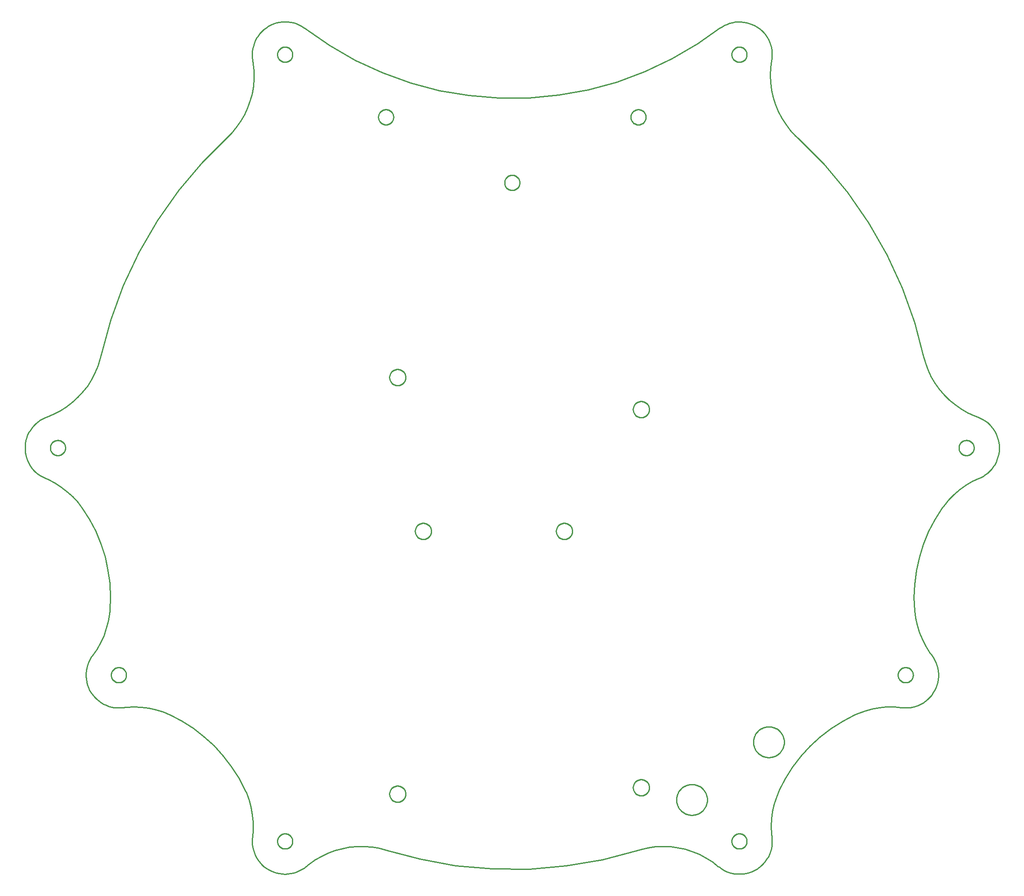
<source format=gbr>
G04 EAGLE Gerber RS-274X export*
G75*
%MOMM*%
%FSLAX34Y34*%
%LPD*%
%IN*%
%IPPOS*%
%AMOC8*
5,1,8,0,0,1.08239X$1,22.5*%
G01*
%ADD10C,0.254000*%


D10*
X-25161Y-59933D02*
X-18896Y-62713D01*
X-5750Y-69582D01*
X6748Y-77570D01*
X18502Y-86617D01*
X29422Y-96654D01*
X39426Y-107605D01*
X48438Y-119386D01*
X62382Y-141273D01*
X74849Y-165131D01*
X85190Y-189985D01*
X93325Y-215646D01*
X99193Y-241918D01*
X102748Y-268602D01*
X103965Y-295494D01*
X102833Y-322389D01*
X102108Y-329205D01*
X99603Y-343825D01*
X95833Y-358170D01*
X90827Y-372133D01*
X84624Y-385606D01*
X77269Y-398487D01*
X68820Y-410678D01*
X65925Y-414812D01*
X63067Y-419709D01*
X60646Y-424837D01*
X58681Y-430156D01*
X57187Y-435626D01*
X56175Y-441206D01*
X55654Y-446853D01*
X55627Y-452523D01*
X56094Y-458174D01*
X57052Y-463763D01*
X58493Y-469248D01*
X60407Y-474586D01*
X62779Y-479736D01*
X65590Y-484661D01*
X68820Y-489321D01*
X72444Y-493683D01*
X76435Y-497712D01*
X80761Y-501377D01*
X85391Y-504652D01*
X90288Y-507511D01*
X95416Y-509932D01*
X100735Y-511897D01*
X106205Y-513391D01*
X111785Y-514402D01*
X117431Y-514924D01*
X123102Y-514951D01*
X128753Y-514484D01*
X135569Y-513759D01*
X150388Y-513135D01*
X165206Y-513804D01*
X179909Y-515762D01*
X194385Y-518994D01*
X208524Y-523476D01*
X222219Y-529173D01*
X245238Y-541155D01*
X267964Y-555583D01*
X289346Y-571937D01*
X309222Y-590093D01*
X327440Y-609911D01*
X343861Y-631242D01*
X358360Y-653923D01*
X370828Y-677781D01*
X373608Y-684046D01*
X378748Y-697960D01*
X382656Y-712268D01*
X385302Y-726863D01*
X386666Y-741633D01*
X386738Y-756465D01*
X385516Y-771247D01*
X385249Y-773740D01*
X385000Y-779405D01*
X385245Y-785070D01*
X385984Y-790692D01*
X387210Y-796229D01*
X388913Y-801637D01*
X391082Y-806877D01*
X393698Y-811907D01*
X396744Y-816690D01*
X400194Y-821190D01*
X404024Y-825372D01*
X408204Y-829204D01*
X412701Y-832658D01*
X417483Y-835706D01*
X422512Y-838325D01*
X427750Y-840497D01*
X433158Y-842204D01*
X438693Y-843433D01*
X444315Y-844175D01*
X449980Y-844424D01*
X455645Y-844178D01*
X461267Y-843439D01*
X466804Y-842214D01*
X472212Y-840510D01*
X477452Y-838342D01*
X482482Y-835725D01*
X487266Y-832680D01*
X491766Y-829229D01*
X497058Y-824968D01*
X509178Y-816421D01*
X521997Y-808963D01*
X535417Y-802650D01*
X549336Y-797531D01*
X563648Y-793645D01*
X578245Y-791021D01*
X593015Y-789679D01*
X607845Y-789629D01*
X622624Y-790872D01*
X637238Y-793399D01*
X651576Y-797189D01*
X716587Y-814609D01*
X788276Y-827495D01*
X860815Y-834084D01*
X933653Y-834325D01*
X1006234Y-828218D01*
X1078006Y-815807D01*
X1148424Y-797189D01*
X1154950Y-795298D01*
X1169428Y-792083D01*
X1184131Y-790143D01*
X1198948Y-789491D01*
X1213764Y-790133D01*
X1228469Y-792064D01*
X1242949Y-795270D01*
X1257094Y-799725D01*
X1270798Y-805396D01*
X1283955Y-812240D01*
X1296466Y-820204D01*
X1308235Y-829229D01*
X1310186Y-830802D01*
X1314816Y-834077D01*
X1319713Y-836936D01*
X1324841Y-839357D01*
X1330160Y-841321D01*
X1335630Y-842815D01*
X1341209Y-843826D01*
X1346856Y-844347D01*
X1352526Y-844374D01*
X1358178Y-843907D01*
X1363767Y-842949D01*
X1369251Y-841508D01*
X1374588Y-839594D01*
X1379739Y-837222D01*
X1384663Y-834410D01*
X1389324Y-831180D01*
X1393685Y-827555D01*
X1397714Y-823565D01*
X1401379Y-819239D01*
X1404654Y-814609D01*
X1407512Y-809712D01*
X1409933Y-804584D01*
X1411898Y-799265D01*
X1413392Y-793795D01*
X1414403Y-788215D01*
X1414924Y-782569D01*
X1414951Y-776898D01*
X1414484Y-771247D01*
X1413759Y-764431D01*
X1413135Y-749612D01*
X1413804Y-734794D01*
X1415762Y-720092D01*
X1418994Y-705615D01*
X1423476Y-691476D01*
X1429173Y-677781D01*
X1441155Y-654762D01*
X1455583Y-632036D01*
X1471937Y-610654D01*
X1490093Y-590778D01*
X1509911Y-572560D01*
X1531242Y-556139D01*
X1553923Y-541640D01*
X1577781Y-529173D01*
X1584046Y-526392D01*
X1597960Y-521252D01*
X1612268Y-517344D01*
X1626863Y-514698D01*
X1641633Y-513334D01*
X1656465Y-513262D01*
X1671247Y-514484D01*
X1676275Y-514924D01*
X1681945Y-514951D01*
X1687597Y-514484D01*
X1693186Y-513526D01*
X1698670Y-512085D01*
X1704008Y-510171D01*
X1709159Y-507799D01*
X1714083Y-504987D01*
X1718744Y-501757D01*
X1723105Y-498133D01*
X1727134Y-494143D01*
X1730800Y-489816D01*
X1734075Y-485187D01*
X1736933Y-480290D01*
X1739354Y-475162D01*
X1741319Y-469843D01*
X1742813Y-464373D01*
X1743825Y-458793D01*
X1744346Y-453146D01*
X1744373Y-447476D01*
X1743906Y-441825D01*
X1742948Y-436236D01*
X1741507Y-430751D01*
X1739593Y-425413D01*
X1737221Y-420263D01*
X1734410Y-415338D01*
X1731180Y-410678D01*
X1727144Y-405137D01*
X1719193Y-392616D01*
X1712364Y-379449D01*
X1706709Y-365737D01*
X1702270Y-351584D01*
X1699081Y-337098D01*
X1697167Y-322389D01*
X1696035Y-296463D01*
X1697167Y-269568D01*
X1700639Y-242873D01*
X1706424Y-216583D01*
X1714479Y-190896D01*
X1724741Y-166010D01*
X1737134Y-142113D01*
X1751562Y-119386D01*
X1755597Y-113846D01*
X1765077Y-102438D01*
X1775514Y-91899D01*
X1786831Y-82310D01*
X1798939Y-73744D01*
X1811749Y-66266D01*
X1825161Y-59933D01*
X1827454Y-58918D01*
X1832484Y-56301D01*
X1837268Y-53256D01*
X1841767Y-49805D01*
X1845949Y-45975D01*
X1849781Y-41796D01*
X1853235Y-37298D01*
X1856283Y-32516D01*
X1858903Y-27487D01*
X1861074Y-22249D01*
X1862781Y-16842D01*
X1864010Y-11306D01*
X1864752Y-5684D01*
X1865001Y-19D01*
X1864755Y5646D01*
X1864017Y11268D01*
X1862791Y16805D01*
X1861088Y22213D01*
X1858919Y27453D01*
X1856302Y32483D01*
X1853257Y37266D01*
X1849806Y41766D01*
X1845977Y45948D01*
X1841797Y49780D01*
X1837299Y53233D01*
X1832518Y56282D01*
X1827489Y58901D01*
X1822251Y61073D01*
X1815915Y63526D01*
X1802453Y69749D01*
X1789584Y77121D01*
X1777407Y85587D01*
X1766014Y95082D01*
X1755493Y105533D01*
X1745922Y116862D01*
X1737374Y128982D01*
X1729916Y141801D01*
X1723603Y155221D01*
X1718484Y169140D01*
X1714598Y183453D01*
X1697178Y248464D01*
X1672493Y316992D01*
X1641930Y383107D01*
X1605721Y446307D01*
X1564141Y506110D01*
X1517507Y562062D01*
X1466174Y613736D01*
X1461273Y618442D01*
X1451250Y629373D01*
X1442218Y641136D01*
X1434246Y653642D01*
X1427393Y666794D01*
X1421714Y680494D01*
X1417249Y694637D01*
X1414035Y709115D01*
X1412094Y723818D01*
X1411443Y738635D01*
X1412085Y753452D01*
X1414016Y768156D01*
X1414403Y770633D01*
X1414924Y776279D01*
X1414951Y781950D01*
X1414484Y787601D01*
X1413526Y793190D01*
X1412084Y798674D01*
X1410170Y804012D01*
X1407798Y809162D01*
X1404987Y814087D01*
X1401756Y818747D01*
X1398132Y823108D01*
X1394142Y827137D01*
X1389815Y830802D01*
X1385186Y834077D01*
X1380289Y836936D01*
X1375161Y839357D01*
X1369842Y841321D01*
X1364371Y842815D01*
X1358792Y843826D01*
X1353145Y844347D01*
X1347475Y844374D01*
X1341824Y843907D01*
X1336235Y842949D01*
X1330751Y841508D01*
X1325413Y839594D01*
X1320262Y837222D01*
X1315338Y834410D01*
X1310678Y831180D01*
X1267498Y800945D01*
X1216352Y771088D01*
X1162798Y745801D01*
X1107244Y725279D01*
X1050113Y709676D01*
X991839Y699112D01*
X932867Y693668D01*
X873644Y693383D01*
X814622Y698262D01*
X756249Y708266D01*
X698971Y723319D01*
X643223Y743307D01*
X589428Y768078D01*
X537998Y797444D01*
X489322Y831180D01*
X487297Y832657D01*
X482516Y835706D01*
X477487Y838325D01*
X472249Y840497D01*
X466841Y842204D01*
X461305Y843433D01*
X455684Y844175D01*
X450019Y844424D01*
X444353Y844178D01*
X438731Y843439D01*
X433195Y842214D01*
X427786Y840510D01*
X422547Y838342D01*
X417516Y835725D01*
X412733Y832680D01*
X408233Y829229D01*
X404051Y825399D01*
X400219Y821220D01*
X396766Y816722D01*
X393718Y811940D01*
X391098Y806911D01*
X388926Y801673D01*
X387220Y796266D01*
X385991Y790730D01*
X385249Y785108D01*
X385000Y779443D01*
X385245Y773778D01*
X385984Y768156D01*
X387028Y761442D01*
X388370Y746673D01*
X388419Y731842D01*
X387176Y717064D01*
X384650Y702450D01*
X380859Y688112D01*
X375834Y674158D01*
X369611Y660696D01*
X362239Y647828D01*
X353773Y635651D01*
X344278Y624258D01*
X333826Y613736D01*
X286234Y566144D01*
X239230Y510503D01*
X197255Y450977D01*
X160627Y388019D01*
X129626Y322108D01*
X104487Y253746D01*
X85402Y183453D01*
X83777Y176856D01*
X79322Y162710D01*
X73651Y149006D01*
X66807Y135849D01*
X58842Y123339D01*
X49818Y111570D01*
X39802Y100632D01*
X28871Y90610D01*
X17108Y81578D01*
X4602Y73605D01*
X-8551Y66753D01*
X-22251Y61073D01*
X-24589Y60170D01*
X-29740Y57798D01*
X-34664Y54986D01*
X-39324Y51756D01*
X-43686Y48131D01*
X-47714Y44141D01*
X-51380Y39814D01*
X-54654Y35185D01*
X-57513Y30288D01*
X-59934Y25160D01*
X-61899Y19841D01*
X-63392Y14371D01*
X-64404Y8791D01*
X-64925Y3145D01*
X-64952Y-2526D01*
X-64484Y-8177D01*
X-63526Y-13766D01*
X-62085Y-19250D01*
X-60171Y-24588D01*
X-57799Y-29738D01*
X-54987Y-34663D01*
X-51757Y-39323D01*
X-48133Y-43684D01*
X-44142Y-47713D01*
X-39816Y-51378D01*
X-35186Y-54653D01*
X-30289Y-57512D01*
X-25161Y-59933D01*
X915000Y524898D02*
X915000Y525970D01*
X914924Y527039D01*
X914771Y528099D01*
X914543Y529146D01*
X914241Y530174D01*
X913867Y531178D01*
X913422Y532153D01*
X912908Y533093D01*
X912329Y533994D01*
X911687Y534852D01*
X910985Y535662D01*
X910228Y536420D01*
X909418Y537121D01*
X908560Y537763D01*
X907659Y538343D01*
X906719Y538856D01*
X905744Y539301D01*
X904740Y539676D01*
X903712Y539978D01*
X902665Y540205D01*
X901604Y540358D01*
X900536Y540434D01*
X899464Y540434D01*
X898396Y540358D01*
X897335Y540205D01*
X896288Y539978D01*
X895260Y539676D01*
X894256Y539301D01*
X893281Y538856D01*
X892341Y538343D01*
X891440Y537763D01*
X890582Y537121D01*
X889772Y536420D01*
X889015Y535662D01*
X888313Y534852D01*
X887671Y533994D01*
X887092Y533093D01*
X886578Y532153D01*
X886133Y531178D01*
X885759Y530174D01*
X885457Y529146D01*
X885229Y528099D01*
X885076Y527039D01*
X885000Y525970D01*
X885000Y524898D01*
X885076Y523830D01*
X885229Y522769D01*
X885457Y521722D01*
X885759Y520694D01*
X886133Y519690D01*
X886578Y518716D01*
X887092Y517775D01*
X887671Y516874D01*
X888313Y516016D01*
X889015Y515206D01*
X889772Y514449D01*
X890582Y513747D01*
X891440Y513105D01*
X892341Y512526D01*
X893281Y512012D01*
X894256Y511567D01*
X895260Y511193D01*
X896288Y510891D01*
X897335Y510663D01*
X898396Y510511D01*
X899464Y510434D01*
X900536Y510434D01*
X901604Y510511D01*
X902665Y510663D01*
X903712Y510891D01*
X904740Y511193D01*
X905744Y511567D01*
X906719Y512012D01*
X907659Y512526D01*
X908560Y513105D01*
X909418Y513747D01*
X910228Y514449D01*
X910985Y515206D01*
X911687Y516016D01*
X912329Y516874D01*
X912908Y517775D01*
X913422Y518716D01*
X913867Y519690D01*
X914241Y520694D01*
X914543Y521722D01*
X914771Y522769D01*
X914924Y523830D01*
X915000Y524898D01*
X15000Y-536D02*
X15000Y536D01*
X14924Y1604D01*
X14771Y2665D01*
X14543Y3712D01*
X14241Y4740D01*
X13867Y5744D01*
X13422Y6719D01*
X12908Y7659D01*
X12329Y8560D01*
X11687Y9418D01*
X10985Y10228D01*
X10228Y10985D01*
X9418Y11687D01*
X8560Y12329D01*
X7659Y12908D01*
X6719Y13422D01*
X5744Y13867D01*
X4740Y14241D01*
X3712Y14543D01*
X2665Y14771D01*
X1604Y14924D01*
X536Y15000D01*
X-536Y15000D01*
X-1604Y14924D01*
X-2665Y14771D01*
X-3712Y14543D01*
X-4740Y14241D01*
X-5744Y13867D01*
X-6719Y13422D01*
X-7659Y12908D01*
X-8560Y12329D01*
X-9418Y11687D01*
X-10228Y10985D01*
X-10985Y10228D01*
X-11687Y9418D01*
X-12329Y8560D01*
X-12908Y7659D01*
X-13422Y6719D01*
X-13867Y5744D01*
X-14241Y4740D01*
X-14543Y3712D01*
X-14771Y2665D01*
X-14924Y1604D01*
X-15000Y536D01*
X-15000Y-536D01*
X-14924Y-1604D01*
X-14771Y-2665D01*
X-14543Y-3712D01*
X-14241Y-4740D01*
X-13867Y-5744D01*
X-13422Y-6719D01*
X-12908Y-7659D01*
X-12329Y-8560D01*
X-11687Y-9418D01*
X-10985Y-10228D01*
X-10228Y-10985D01*
X-9418Y-11687D01*
X-8560Y-12329D01*
X-7659Y-12908D01*
X-6719Y-13422D01*
X-5744Y-13867D01*
X-4740Y-14241D01*
X-3712Y-14543D01*
X-2665Y-14771D01*
X-1604Y-14924D01*
X-536Y-15000D01*
X536Y-15000D01*
X1604Y-14924D01*
X2665Y-14771D01*
X3712Y-14543D01*
X4740Y-14241D01*
X5744Y-13867D01*
X6719Y-13422D01*
X7659Y-12908D01*
X8560Y-12329D01*
X9418Y-11687D01*
X10228Y-10985D01*
X10985Y-10228D01*
X11687Y-9418D01*
X12329Y-8560D01*
X12908Y-7659D01*
X13422Y-6719D01*
X13867Y-5744D01*
X14241Y-4740D01*
X14543Y-3712D01*
X14771Y-2665D01*
X14924Y-1604D01*
X15000Y-536D01*
X1165000Y654898D02*
X1165000Y655970D01*
X1164924Y657039D01*
X1164771Y658099D01*
X1164543Y659146D01*
X1164241Y660174D01*
X1163867Y661178D01*
X1163422Y662153D01*
X1162908Y663093D01*
X1162329Y663994D01*
X1161687Y664852D01*
X1160985Y665662D01*
X1160228Y666420D01*
X1159418Y667121D01*
X1158560Y667763D01*
X1157659Y668343D01*
X1156719Y668856D01*
X1155744Y669301D01*
X1154740Y669676D01*
X1153712Y669978D01*
X1152665Y670205D01*
X1151604Y670358D01*
X1150536Y670434D01*
X1149464Y670434D01*
X1148396Y670358D01*
X1147335Y670205D01*
X1146288Y669978D01*
X1145260Y669676D01*
X1144256Y669301D01*
X1143281Y668856D01*
X1142341Y668343D01*
X1141440Y667763D01*
X1140582Y667121D01*
X1139772Y666420D01*
X1139015Y665662D01*
X1138313Y664852D01*
X1137671Y663994D01*
X1137092Y663093D01*
X1136578Y662153D01*
X1136133Y661178D01*
X1135759Y660174D01*
X1135457Y659146D01*
X1135229Y658099D01*
X1135076Y657039D01*
X1135000Y655970D01*
X1135000Y654898D01*
X1135076Y653830D01*
X1135229Y652769D01*
X1135457Y651722D01*
X1135759Y650694D01*
X1136133Y649690D01*
X1136578Y648716D01*
X1137092Y647775D01*
X1137671Y646874D01*
X1138313Y646016D01*
X1139015Y645206D01*
X1139772Y644449D01*
X1140582Y643747D01*
X1141440Y643105D01*
X1142341Y642526D01*
X1143281Y642012D01*
X1144256Y641567D01*
X1145260Y641193D01*
X1146288Y640891D01*
X1147335Y640663D01*
X1148396Y640511D01*
X1149464Y640434D01*
X1150536Y640434D01*
X1151604Y640511D01*
X1152665Y640663D01*
X1153712Y640891D01*
X1154740Y641193D01*
X1155744Y641567D01*
X1156719Y642012D01*
X1157659Y642526D01*
X1158560Y643105D01*
X1159418Y643747D01*
X1160228Y644449D01*
X1160985Y645206D01*
X1161687Y646016D01*
X1162329Y646874D01*
X1162908Y647775D01*
X1163422Y648716D01*
X1163867Y649690D01*
X1164241Y650694D01*
X1164543Y651722D01*
X1164771Y652769D01*
X1164924Y653830D01*
X1165000Y654898D01*
X135577Y-450536D02*
X135577Y-449464D01*
X135501Y-448396D01*
X135348Y-447335D01*
X135120Y-446288D01*
X134819Y-445260D01*
X134444Y-444256D01*
X133999Y-443281D01*
X133486Y-442341D01*
X132906Y-441440D01*
X132264Y-440582D01*
X131563Y-439772D01*
X130805Y-439015D01*
X129995Y-438313D01*
X129137Y-437671D01*
X128236Y-437092D01*
X127296Y-436578D01*
X126321Y-436133D01*
X125317Y-435759D01*
X124289Y-435457D01*
X123242Y-435229D01*
X122182Y-435076D01*
X121113Y-435000D01*
X120041Y-435000D01*
X118973Y-435076D01*
X117912Y-435229D01*
X116865Y-435457D01*
X115837Y-435759D01*
X114833Y-436133D01*
X113859Y-436578D01*
X112918Y-437092D01*
X112017Y-437671D01*
X111159Y-438313D01*
X110349Y-439015D01*
X109592Y-439772D01*
X108890Y-440582D01*
X108248Y-441440D01*
X107669Y-442341D01*
X107155Y-443281D01*
X106710Y-444256D01*
X106336Y-445260D01*
X106034Y-446288D01*
X105806Y-447335D01*
X105654Y-448396D01*
X105577Y-449464D01*
X105577Y-450536D01*
X105654Y-451604D01*
X105806Y-452665D01*
X106034Y-453712D01*
X106336Y-454740D01*
X106710Y-455744D01*
X107155Y-456719D01*
X107669Y-457659D01*
X108248Y-458560D01*
X108890Y-459418D01*
X109592Y-460228D01*
X110349Y-460985D01*
X111159Y-461687D01*
X112017Y-462329D01*
X112918Y-462908D01*
X113859Y-463422D01*
X114833Y-463867D01*
X115837Y-464241D01*
X116865Y-464543D01*
X117912Y-464771D01*
X118973Y-464924D01*
X120041Y-465000D01*
X121113Y-465000D01*
X122182Y-464924D01*
X123242Y-464771D01*
X124289Y-464543D01*
X125317Y-464241D01*
X126321Y-463867D01*
X127296Y-463422D01*
X128236Y-462908D01*
X129137Y-462329D01*
X129995Y-461687D01*
X130805Y-460985D01*
X131563Y-460228D01*
X132264Y-459418D01*
X132906Y-458560D01*
X133486Y-457659D01*
X133999Y-456719D01*
X134444Y-455744D01*
X134819Y-454740D01*
X135120Y-453712D01*
X135348Y-452665D01*
X135501Y-451604D01*
X135577Y-450536D01*
X1365000Y-779959D02*
X1365000Y-778887D01*
X1364924Y-777818D01*
X1364771Y-776758D01*
X1364543Y-775711D01*
X1364241Y-774683D01*
X1363867Y-773679D01*
X1363422Y-772704D01*
X1362908Y-771764D01*
X1362329Y-770863D01*
X1361687Y-770005D01*
X1360985Y-769195D01*
X1360228Y-768438D01*
X1359418Y-767736D01*
X1358560Y-767094D01*
X1357659Y-766514D01*
X1356719Y-766001D01*
X1355744Y-765556D01*
X1354740Y-765181D01*
X1353712Y-764880D01*
X1352665Y-764652D01*
X1351604Y-764499D01*
X1350536Y-764423D01*
X1349464Y-764423D01*
X1348396Y-764499D01*
X1347335Y-764652D01*
X1346288Y-764880D01*
X1345260Y-765181D01*
X1344256Y-765556D01*
X1343281Y-766001D01*
X1342341Y-766514D01*
X1341440Y-767094D01*
X1340582Y-767736D01*
X1339772Y-768438D01*
X1339015Y-769195D01*
X1338313Y-770005D01*
X1337671Y-770863D01*
X1337092Y-771764D01*
X1336578Y-772704D01*
X1336133Y-773679D01*
X1335759Y-774683D01*
X1335457Y-775711D01*
X1335229Y-776758D01*
X1335076Y-777818D01*
X1335000Y-778887D01*
X1335000Y-779959D01*
X1335076Y-781027D01*
X1335229Y-782088D01*
X1335457Y-783135D01*
X1335759Y-784163D01*
X1336133Y-785167D01*
X1336578Y-786141D01*
X1337092Y-787082D01*
X1337671Y-787983D01*
X1338313Y-788841D01*
X1339015Y-789651D01*
X1339772Y-790408D01*
X1340582Y-791110D01*
X1341440Y-791752D01*
X1342341Y-792331D01*
X1343281Y-792845D01*
X1344256Y-793290D01*
X1345260Y-793664D01*
X1346288Y-793966D01*
X1347335Y-794194D01*
X1348396Y-794346D01*
X1349464Y-794423D01*
X1350536Y-794423D01*
X1351604Y-794346D01*
X1352665Y-794194D01*
X1353712Y-793966D01*
X1354740Y-793664D01*
X1355744Y-793290D01*
X1356719Y-792845D01*
X1357659Y-792331D01*
X1358560Y-791752D01*
X1359418Y-791110D01*
X1360228Y-790408D01*
X1360985Y-789651D01*
X1361687Y-788841D01*
X1362329Y-787983D01*
X1362908Y-787082D01*
X1363422Y-786141D01*
X1363867Y-785167D01*
X1364241Y-784163D01*
X1364543Y-783135D01*
X1364771Y-782088D01*
X1364924Y-781027D01*
X1365000Y-779959D01*
X1365000Y778887D02*
X1365000Y779959D01*
X1364924Y781027D01*
X1364771Y782088D01*
X1364543Y783135D01*
X1364241Y784163D01*
X1363867Y785167D01*
X1363422Y786141D01*
X1362908Y787082D01*
X1362329Y787983D01*
X1361687Y788841D01*
X1360985Y789651D01*
X1360228Y790408D01*
X1359418Y791110D01*
X1358560Y791752D01*
X1357659Y792331D01*
X1356719Y792845D01*
X1355744Y793290D01*
X1354740Y793664D01*
X1353712Y793966D01*
X1352665Y794194D01*
X1351604Y794346D01*
X1350536Y794423D01*
X1349464Y794423D01*
X1348396Y794346D01*
X1347335Y794194D01*
X1346288Y793966D01*
X1345260Y793664D01*
X1344256Y793290D01*
X1343281Y792845D01*
X1342341Y792331D01*
X1341440Y791752D01*
X1340582Y791110D01*
X1339772Y790408D01*
X1339015Y789651D01*
X1338313Y788841D01*
X1337671Y787983D01*
X1337092Y787082D01*
X1336578Y786141D01*
X1336133Y785167D01*
X1335759Y784163D01*
X1335457Y783135D01*
X1335229Y782088D01*
X1335076Y781027D01*
X1335000Y779959D01*
X1335000Y778887D01*
X1335076Y777818D01*
X1335229Y776758D01*
X1335457Y775711D01*
X1335759Y774683D01*
X1336133Y773679D01*
X1336578Y772704D01*
X1337092Y771764D01*
X1337671Y770863D01*
X1338313Y770005D01*
X1339015Y769195D01*
X1339772Y768438D01*
X1340582Y767736D01*
X1341440Y767094D01*
X1342341Y766514D01*
X1343281Y766001D01*
X1344256Y765556D01*
X1345260Y765181D01*
X1346288Y764880D01*
X1347335Y764652D01*
X1348396Y764499D01*
X1349464Y764423D01*
X1350536Y764423D01*
X1351604Y764499D01*
X1352665Y764652D01*
X1353712Y764880D01*
X1354740Y765181D01*
X1355744Y765556D01*
X1356719Y766001D01*
X1357659Y766514D01*
X1358560Y767094D01*
X1359418Y767736D01*
X1360228Y768438D01*
X1360985Y769195D01*
X1361687Y770005D01*
X1362329Y770863D01*
X1362908Y771764D01*
X1363422Y772704D01*
X1363867Y773679D01*
X1364241Y774683D01*
X1364543Y775711D01*
X1364771Y776758D01*
X1364924Y777818D01*
X1365000Y778887D01*
X1815000Y-536D02*
X1815000Y536D01*
X1814924Y1604D01*
X1814771Y2665D01*
X1814543Y3712D01*
X1814241Y4740D01*
X1813867Y5744D01*
X1813422Y6719D01*
X1812908Y7659D01*
X1812329Y8560D01*
X1811687Y9418D01*
X1810985Y10228D01*
X1810228Y10985D01*
X1809418Y11687D01*
X1808560Y12329D01*
X1807659Y12908D01*
X1806719Y13422D01*
X1805744Y13867D01*
X1804740Y14241D01*
X1803712Y14543D01*
X1802665Y14771D01*
X1801604Y14924D01*
X1800536Y15000D01*
X1799464Y15000D01*
X1798396Y14924D01*
X1797335Y14771D01*
X1796288Y14543D01*
X1795260Y14241D01*
X1794256Y13867D01*
X1793281Y13422D01*
X1792341Y12908D01*
X1791440Y12329D01*
X1790582Y11687D01*
X1789772Y10985D01*
X1789015Y10228D01*
X1788313Y9418D01*
X1787671Y8560D01*
X1787092Y7659D01*
X1786578Y6719D01*
X1786133Y5744D01*
X1785759Y4740D01*
X1785457Y3712D01*
X1785229Y2665D01*
X1785076Y1604D01*
X1785000Y536D01*
X1785000Y-536D01*
X1785076Y-1604D01*
X1785229Y-2665D01*
X1785457Y-3712D01*
X1785759Y-4740D01*
X1786133Y-5744D01*
X1786578Y-6719D01*
X1787092Y-7659D01*
X1787671Y-8560D01*
X1788313Y-9418D01*
X1789015Y-10228D01*
X1789772Y-10985D01*
X1790582Y-11687D01*
X1791440Y-12329D01*
X1792341Y-12908D01*
X1793281Y-13422D01*
X1794256Y-13867D01*
X1795260Y-14241D01*
X1796288Y-14543D01*
X1797335Y-14771D01*
X1798396Y-14924D01*
X1799464Y-15000D01*
X1800536Y-15000D01*
X1801604Y-14924D01*
X1802665Y-14771D01*
X1803712Y-14543D01*
X1804740Y-14241D01*
X1805744Y-13867D01*
X1806719Y-13422D01*
X1807659Y-12908D01*
X1808560Y-12329D01*
X1809418Y-11687D01*
X1810228Y-10985D01*
X1810985Y-10228D01*
X1811687Y-9418D01*
X1812329Y-8560D01*
X1812908Y-7659D01*
X1813422Y-6719D01*
X1813867Y-5744D01*
X1814241Y-4740D01*
X1814543Y-3712D01*
X1814771Y-2665D01*
X1814924Y-1604D01*
X1815000Y-536D01*
X465000Y778887D02*
X465000Y779959D01*
X464924Y781027D01*
X464771Y782088D01*
X464543Y783135D01*
X464241Y784163D01*
X463867Y785167D01*
X463422Y786141D01*
X462908Y787082D01*
X462329Y787983D01*
X461687Y788841D01*
X460985Y789651D01*
X460228Y790408D01*
X459418Y791110D01*
X458560Y791752D01*
X457659Y792331D01*
X456719Y792845D01*
X455744Y793290D01*
X454740Y793664D01*
X453712Y793966D01*
X452665Y794194D01*
X451604Y794346D01*
X450536Y794423D01*
X449464Y794423D01*
X448396Y794346D01*
X447335Y794194D01*
X446288Y793966D01*
X445260Y793664D01*
X444256Y793290D01*
X443281Y792845D01*
X442341Y792331D01*
X441440Y791752D01*
X440582Y791110D01*
X439772Y790408D01*
X439015Y789651D01*
X438313Y788841D01*
X437671Y787983D01*
X437092Y787082D01*
X436578Y786141D01*
X436133Y785167D01*
X435759Y784163D01*
X435457Y783135D01*
X435229Y782088D01*
X435076Y781027D01*
X435000Y779959D01*
X435000Y778887D01*
X435076Y777818D01*
X435229Y776758D01*
X435457Y775711D01*
X435759Y774683D01*
X436133Y773679D01*
X436578Y772704D01*
X437092Y771764D01*
X437671Y770863D01*
X438313Y770005D01*
X439015Y769195D01*
X439772Y768438D01*
X440582Y767736D01*
X441440Y767094D01*
X442341Y766514D01*
X443281Y766001D01*
X444256Y765556D01*
X445260Y765181D01*
X446288Y764880D01*
X447335Y764652D01*
X448396Y764499D01*
X449464Y764423D01*
X450536Y764423D01*
X451604Y764499D01*
X452665Y764652D01*
X453712Y764880D01*
X454740Y765181D01*
X455744Y765556D01*
X456719Y766001D01*
X457659Y766514D01*
X458560Y767094D01*
X459418Y767736D01*
X460228Y768438D01*
X460985Y769195D01*
X461687Y770005D01*
X462329Y770863D01*
X462908Y771764D01*
X463422Y772704D01*
X463867Y773679D01*
X464241Y774683D01*
X464543Y775711D01*
X464771Y776758D01*
X464924Y777818D01*
X465000Y778887D01*
X465000Y-779959D02*
X465000Y-778887D01*
X464924Y-777818D01*
X464771Y-776758D01*
X464543Y-775711D01*
X464241Y-774683D01*
X463867Y-773679D01*
X463422Y-772704D01*
X462908Y-771764D01*
X462329Y-770863D01*
X461687Y-770005D01*
X460985Y-769195D01*
X460228Y-768438D01*
X459418Y-767736D01*
X458560Y-767094D01*
X457659Y-766514D01*
X456719Y-766001D01*
X455744Y-765556D01*
X454740Y-765181D01*
X453712Y-764880D01*
X452665Y-764652D01*
X451604Y-764499D01*
X450536Y-764423D01*
X449464Y-764423D01*
X448396Y-764499D01*
X447335Y-764652D01*
X446288Y-764880D01*
X445260Y-765181D01*
X444256Y-765556D01*
X443281Y-766001D01*
X442341Y-766514D01*
X441440Y-767094D01*
X440582Y-767736D01*
X439772Y-768438D01*
X439015Y-769195D01*
X438313Y-770005D01*
X437671Y-770863D01*
X437092Y-771764D01*
X436578Y-772704D01*
X436133Y-773679D01*
X435759Y-774683D01*
X435457Y-775711D01*
X435229Y-776758D01*
X435076Y-777818D01*
X435000Y-778887D01*
X435000Y-779959D01*
X435076Y-781027D01*
X435229Y-782088D01*
X435457Y-783135D01*
X435759Y-784163D01*
X436133Y-785167D01*
X436578Y-786141D01*
X437092Y-787082D01*
X437671Y-787983D01*
X438313Y-788841D01*
X439015Y-789651D01*
X439772Y-790408D01*
X440582Y-791110D01*
X441440Y-791752D01*
X442341Y-792331D01*
X443281Y-792845D01*
X444256Y-793290D01*
X445260Y-793664D01*
X446288Y-793966D01*
X447335Y-794194D01*
X448396Y-794346D01*
X449464Y-794423D01*
X450536Y-794423D01*
X451604Y-794346D01*
X452665Y-794194D01*
X453712Y-793966D01*
X454740Y-793664D01*
X455744Y-793290D01*
X456719Y-792845D01*
X457659Y-792331D01*
X458560Y-791752D01*
X459418Y-791110D01*
X460228Y-790408D01*
X460985Y-789651D01*
X461687Y-788841D01*
X462329Y-787983D01*
X462908Y-787082D01*
X463422Y-786141D01*
X463867Y-785167D01*
X464241Y-784163D01*
X464543Y-783135D01*
X464771Y-782088D01*
X464924Y-781027D01*
X465000Y-779959D01*
X1694423Y-450536D02*
X1694423Y-449464D01*
X1694346Y-448396D01*
X1694194Y-447335D01*
X1693966Y-446288D01*
X1693664Y-445260D01*
X1693290Y-444256D01*
X1692845Y-443281D01*
X1692331Y-442341D01*
X1691752Y-441440D01*
X1691110Y-440582D01*
X1690408Y-439772D01*
X1689651Y-439015D01*
X1688841Y-438313D01*
X1687983Y-437671D01*
X1687082Y-437092D01*
X1686141Y-436578D01*
X1685167Y-436133D01*
X1684163Y-435759D01*
X1683135Y-435457D01*
X1682088Y-435229D01*
X1681027Y-435076D01*
X1679959Y-435000D01*
X1678887Y-435000D01*
X1677818Y-435076D01*
X1676758Y-435229D01*
X1675711Y-435457D01*
X1674683Y-435759D01*
X1673679Y-436133D01*
X1672704Y-436578D01*
X1671764Y-437092D01*
X1670863Y-437671D01*
X1670005Y-438313D01*
X1669195Y-439015D01*
X1668438Y-439772D01*
X1667736Y-440582D01*
X1667094Y-441440D01*
X1666514Y-442341D01*
X1666001Y-443281D01*
X1665556Y-444256D01*
X1665181Y-445260D01*
X1664880Y-446288D01*
X1664652Y-447335D01*
X1664499Y-448396D01*
X1664423Y-449464D01*
X1664423Y-450536D01*
X1664499Y-451604D01*
X1664652Y-452665D01*
X1664880Y-453712D01*
X1665181Y-454740D01*
X1665556Y-455744D01*
X1666001Y-456719D01*
X1666514Y-457659D01*
X1667094Y-458560D01*
X1667736Y-459418D01*
X1668438Y-460228D01*
X1669195Y-460985D01*
X1670005Y-461687D01*
X1670863Y-462329D01*
X1671764Y-462908D01*
X1672704Y-463422D01*
X1673679Y-463867D01*
X1674683Y-464241D01*
X1675711Y-464543D01*
X1676758Y-464771D01*
X1677818Y-464924D01*
X1678887Y-465000D01*
X1679959Y-465000D01*
X1681027Y-464924D01*
X1682088Y-464771D01*
X1683135Y-464543D01*
X1684163Y-464241D01*
X1685167Y-463867D01*
X1686141Y-463422D01*
X1687082Y-462908D01*
X1687983Y-462329D01*
X1688841Y-461687D01*
X1689651Y-460985D01*
X1690408Y-460228D01*
X1691110Y-459418D01*
X1691752Y-458560D01*
X1692331Y-457659D01*
X1692845Y-456719D01*
X1693290Y-455744D01*
X1693664Y-454740D01*
X1693966Y-453712D01*
X1694194Y-452665D01*
X1694346Y-451604D01*
X1694423Y-450536D01*
X665000Y654898D02*
X665000Y655970D01*
X664924Y657039D01*
X664771Y658099D01*
X664543Y659146D01*
X664241Y660174D01*
X663867Y661178D01*
X663422Y662153D01*
X662908Y663093D01*
X662329Y663994D01*
X661687Y664852D01*
X660985Y665662D01*
X660228Y666420D01*
X659418Y667121D01*
X658560Y667763D01*
X657659Y668343D01*
X656719Y668856D01*
X655744Y669301D01*
X654740Y669676D01*
X653712Y669978D01*
X652665Y670205D01*
X651604Y670358D01*
X650536Y670434D01*
X649464Y670434D01*
X648396Y670358D01*
X647335Y670205D01*
X646288Y669978D01*
X645260Y669676D01*
X644256Y669301D01*
X643281Y668856D01*
X642341Y668343D01*
X641440Y667763D01*
X640582Y667121D01*
X639772Y666420D01*
X639015Y665662D01*
X638313Y664852D01*
X637671Y663994D01*
X637092Y663093D01*
X636578Y662153D01*
X636133Y661178D01*
X635759Y660174D01*
X635457Y659146D01*
X635229Y658099D01*
X635076Y657039D01*
X635000Y655970D01*
X635000Y654898D01*
X635076Y653830D01*
X635229Y652769D01*
X635457Y651722D01*
X635759Y650694D01*
X636133Y649690D01*
X636578Y648716D01*
X637092Y647775D01*
X637671Y646874D01*
X638313Y646016D01*
X639015Y645206D01*
X639772Y644449D01*
X640582Y643747D01*
X641440Y643105D01*
X642341Y642526D01*
X643281Y642012D01*
X644256Y641567D01*
X645260Y641193D01*
X646288Y640891D01*
X647335Y640663D01*
X648396Y640511D01*
X649464Y640434D01*
X650536Y640434D01*
X651604Y640511D01*
X652665Y640663D01*
X653712Y640891D01*
X654740Y641193D01*
X655744Y641567D01*
X656719Y642012D01*
X657659Y642526D01*
X658560Y643105D01*
X659418Y643747D01*
X660228Y644449D01*
X660985Y645206D01*
X661687Y646016D01*
X662329Y646874D01*
X662908Y647775D01*
X663422Y648716D01*
X663867Y649690D01*
X664241Y650694D01*
X664543Y651722D01*
X664771Y652769D01*
X664924Y653830D01*
X665000Y654898D01*
X1438910Y-583678D02*
X1438910Y-582182D01*
X1438837Y-580687D01*
X1438690Y-579198D01*
X1438470Y-577718D01*
X1438178Y-576250D01*
X1437815Y-574798D01*
X1437380Y-573366D01*
X1436876Y-571957D01*
X1436304Y-570575D01*
X1435664Y-569222D01*
X1434958Y-567902D01*
X1434189Y-566618D01*
X1433358Y-565374D01*
X1432466Y-564172D01*
X1431517Y-563015D01*
X1430512Y-561906D01*
X1429454Y-560848D01*
X1428345Y-559843D01*
X1427188Y-558894D01*
X1425986Y-558003D01*
X1424742Y-557171D01*
X1423458Y-556402D01*
X1422138Y-555696D01*
X1420785Y-555057D01*
X1419403Y-554484D01*
X1417994Y-553980D01*
X1416562Y-553545D01*
X1415110Y-553182D01*
X1413643Y-552890D01*
X1412162Y-552670D01*
X1410673Y-552523D01*
X1409178Y-552450D01*
X1407682Y-552450D01*
X1406187Y-552523D01*
X1404698Y-552670D01*
X1403218Y-552890D01*
X1401750Y-553182D01*
X1400298Y-553545D01*
X1398866Y-553980D01*
X1397457Y-554484D01*
X1396075Y-555057D01*
X1394722Y-555696D01*
X1393402Y-556402D01*
X1392118Y-557171D01*
X1390874Y-558003D01*
X1389672Y-558894D01*
X1388515Y-559843D01*
X1387406Y-560848D01*
X1386348Y-561906D01*
X1385343Y-563015D01*
X1384394Y-564172D01*
X1383503Y-565374D01*
X1382671Y-566618D01*
X1381902Y-567902D01*
X1381196Y-569222D01*
X1380557Y-570575D01*
X1379984Y-571957D01*
X1379480Y-573366D01*
X1379045Y-574798D01*
X1378682Y-576250D01*
X1378390Y-577718D01*
X1378170Y-579198D01*
X1378023Y-580687D01*
X1377950Y-582182D01*
X1377950Y-583678D01*
X1378023Y-585173D01*
X1378170Y-586662D01*
X1378390Y-588143D01*
X1378682Y-589610D01*
X1379045Y-591062D01*
X1379480Y-592494D01*
X1379984Y-593903D01*
X1380557Y-595285D01*
X1381196Y-596638D01*
X1381902Y-597958D01*
X1382671Y-599242D01*
X1383503Y-600486D01*
X1384394Y-601688D01*
X1385343Y-602845D01*
X1386348Y-603954D01*
X1387406Y-605012D01*
X1388515Y-606017D01*
X1389672Y-606966D01*
X1390874Y-607858D01*
X1392118Y-608689D01*
X1393402Y-609458D01*
X1394722Y-610164D01*
X1396075Y-610804D01*
X1397457Y-611376D01*
X1398866Y-611880D01*
X1400298Y-612315D01*
X1401750Y-612678D01*
X1403218Y-612970D01*
X1404698Y-613190D01*
X1406187Y-613337D01*
X1407682Y-613410D01*
X1409178Y-613410D01*
X1410673Y-613337D01*
X1412162Y-613190D01*
X1413643Y-612970D01*
X1415110Y-612678D01*
X1416562Y-612315D01*
X1417994Y-611880D01*
X1419403Y-611376D01*
X1420785Y-610804D01*
X1422138Y-610164D01*
X1423458Y-609458D01*
X1424742Y-608689D01*
X1425986Y-607858D01*
X1427188Y-606966D01*
X1428345Y-606017D01*
X1429454Y-605012D01*
X1430512Y-603954D01*
X1431517Y-602845D01*
X1432466Y-601688D01*
X1433358Y-600486D01*
X1434189Y-599242D01*
X1434958Y-597958D01*
X1435664Y-596638D01*
X1436304Y-595285D01*
X1436876Y-593903D01*
X1437380Y-592494D01*
X1437815Y-591062D01*
X1438178Y-589610D01*
X1438470Y-588143D01*
X1438690Y-586662D01*
X1438837Y-585173D01*
X1438910Y-583678D01*
X1286510Y-697978D02*
X1286510Y-696482D01*
X1286437Y-694987D01*
X1286290Y-693498D01*
X1286070Y-692018D01*
X1285778Y-690550D01*
X1285415Y-689098D01*
X1284980Y-687666D01*
X1284476Y-686257D01*
X1283904Y-684875D01*
X1283264Y-683522D01*
X1282558Y-682202D01*
X1281789Y-680918D01*
X1280958Y-679674D01*
X1280066Y-678472D01*
X1279117Y-677315D01*
X1278112Y-676206D01*
X1277054Y-675148D01*
X1275945Y-674143D01*
X1274788Y-673194D01*
X1273586Y-672303D01*
X1272342Y-671471D01*
X1271058Y-670702D01*
X1269738Y-669996D01*
X1268385Y-669357D01*
X1267003Y-668784D01*
X1265594Y-668280D01*
X1264162Y-667845D01*
X1262710Y-667482D01*
X1261243Y-667190D01*
X1259762Y-666970D01*
X1258273Y-666823D01*
X1256778Y-666750D01*
X1255282Y-666750D01*
X1253787Y-666823D01*
X1252298Y-666970D01*
X1250818Y-667190D01*
X1249350Y-667482D01*
X1247898Y-667845D01*
X1246466Y-668280D01*
X1245057Y-668784D01*
X1243675Y-669357D01*
X1242322Y-669996D01*
X1241002Y-670702D01*
X1239718Y-671471D01*
X1238474Y-672303D01*
X1237272Y-673194D01*
X1236115Y-674143D01*
X1235006Y-675148D01*
X1233948Y-676206D01*
X1232943Y-677315D01*
X1231994Y-678472D01*
X1231103Y-679674D01*
X1230271Y-680918D01*
X1229502Y-682202D01*
X1228796Y-683522D01*
X1228157Y-684875D01*
X1227584Y-686257D01*
X1227080Y-687666D01*
X1226645Y-689098D01*
X1226282Y-690550D01*
X1225990Y-692018D01*
X1225770Y-693498D01*
X1225623Y-694987D01*
X1225550Y-696482D01*
X1225550Y-697978D01*
X1225623Y-699473D01*
X1225770Y-700962D01*
X1225990Y-702443D01*
X1226282Y-703910D01*
X1226645Y-705362D01*
X1227080Y-706794D01*
X1227584Y-708203D01*
X1228157Y-709585D01*
X1228796Y-710938D01*
X1229502Y-712258D01*
X1230271Y-713542D01*
X1231103Y-714786D01*
X1231994Y-715988D01*
X1232943Y-717145D01*
X1233948Y-718254D01*
X1235006Y-719312D01*
X1236115Y-720317D01*
X1237272Y-721266D01*
X1238474Y-722158D01*
X1239718Y-722989D01*
X1241002Y-723758D01*
X1242322Y-724464D01*
X1243675Y-725104D01*
X1245057Y-725676D01*
X1246466Y-726180D01*
X1247898Y-726615D01*
X1249350Y-726978D01*
X1250818Y-727270D01*
X1252298Y-727490D01*
X1253787Y-727637D01*
X1255282Y-727710D01*
X1256778Y-727710D01*
X1258273Y-727637D01*
X1259762Y-727490D01*
X1261243Y-727270D01*
X1262710Y-726978D01*
X1264162Y-726615D01*
X1265594Y-726180D01*
X1267003Y-725676D01*
X1268385Y-725104D01*
X1269738Y-724464D01*
X1271058Y-723758D01*
X1272342Y-722989D01*
X1273586Y-722158D01*
X1274788Y-721266D01*
X1275945Y-720317D01*
X1277054Y-719312D01*
X1278112Y-718254D01*
X1279117Y-717145D01*
X1280066Y-715988D01*
X1280958Y-714786D01*
X1281789Y-713542D01*
X1282558Y-712258D01*
X1283264Y-710938D01*
X1283904Y-709585D01*
X1284476Y-708203D01*
X1284980Y-706794D01*
X1285415Y-705362D01*
X1285778Y-703910D01*
X1286070Y-702443D01*
X1286290Y-700962D01*
X1286437Y-699473D01*
X1286510Y-697978D01*
X1155176Y-657100D02*
X1154131Y-657169D01*
X1153092Y-657305D01*
X1152065Y-657510D01*
X1151053Y-657781D01*
X1150061Y-658117D01*
X1149093Y-658518D01*
X1148154Y-658982D01*
X1147246Y-659506D01*
X1146375Y-660088D01*
X1145544Y-660725D01*
X1144757Y-661416D01*
X1144016Y-662157D01*
X1143325Y-662944D01*
X1142688Y-663775D01*
X1142106Y-664646D01*
X1141582Y-665554D01*
X1141118Y-666493D01*
X1140717Y-667461D01*
X1140381Y-668453D01*
X1140110Y-669465D01*
X1139905Y-670492D01*
X1139769Y-671531D01*
X1139700Y-672576D01*
X1139700Y-673624D01*
X1139769Y-674669D01*
X1139905Y-675708D01*
X1140110Y-676735D01*
X1140381Y-677747D01*
X1140717Y-678739D01*
X1141118Y-679707D01*
X1141582Y-680646D01*
X1142106Y-681554D01*
X1142688Y-682425D01*
X1143325Y-683256D01*
X1144016Y-684043D01*
X1144757Y-684784D01*
X1145544Y-685475D01*
X1146375Y-686113D01*
X1147246Y-686695D01*
X1148154Y-687218D01*
X1149093Y-687682D01*
X1150061Y-688083D01*
X1151053Y-688419D01*
X1152065Y-688690D01*
X1153092Y-688895D01*
X1154131Y-689032D01*
X1155176Y-689100D01*
X1156224Y-689100D01*
X1157269Y-689032D01*
X1158308Y-688895D01*
X1159335Y-688690D01*
X1160347Y-688419D01*
X1161339Y-688083D01*
X1162307Y-687682D01*
X1163246Y-687218D01*
X1164154Y-686695D01*
X1165025Y-686113D01*
X1165856Y-685475D01*
X1166643Y-684784D01*
X1167384Y-684043D01*
X1168075Y-683256D01*
X1168713Y-682425D01*
X1169295Y-681554D01*
X1169818Y-680646D01*
X1170282Y-679707D01*
X1170683Y-678739D01*
X1171019Y-677747D01*
X1171290Y-676735D01*
X1171495Y-675708D01*
X1171632Y-674669D01*
X1171700Y-673624D01*
X1171700Y-672576D01*
X1171632Y-671531D01*
X1171495Y-670492D01*
X1171290Y-669465D01*
X1171019Y-668453D01*
X1170683Y-667461D01*
X1170282Y-666493D01*
X1169818Y-665554D01*
X1169295Y-664646D01*
X1168713Y-663775D01*
X1168075Y-662944D01*
X1167384Y-662157D01*
X1166643Y-661416D01*
X1165856Y-660725D01*
X1165025Y-660088D01*
X1164154Y-659506D01*
X1163246Y-658982D01*
X1162307Y-658518D01*
X1161339Y-658117D01*
X1160347Y-657781D01*
X1159335Y-657510D01*
X1158308Y-657305D01*
X1157269Y-657169D01*
X1156224Y-657100D01*
X1155176Y-657100D01*
X672576Y-669800D02*
X671531Y-669869D01*
X670492Y-670005D01*
X669465Y-670210D01*
X668453Y-670481D01*
X667461Y-670817D01*
X666493Y-671218D01*
X665554Y-671682D01*
X664646Y-672206D01*
X663775Y-672788D01*
X662944Y-673425D01*
X662157Y-674116D01*
X661416Y-674857D01*
X660725Y-675644D01*
X660088Y-676475D01*
X659506Y-677346D01*
X658982Y-678254D01*
X658518Y-679193D01*
X658117Y-680161D01*
X657781Y-681153D01*
X657510Y-682165D01*
X657305Y-683192D01*
X657169Y-684231D01*
X657100Y-685276D01*
X657100Y-686324D01*
X657169Y-687369D01*
X657305Y-688408D01*
X657510Y-689435D01*
X657781Y-690447D01*
X658117Y-691439D01*
X658518Y-692407D01*
X658982Y-693346D01*
X659506Y-694254D01*
X660088Y-695125D01*
X660725Y-695956D01*
X661416Y-696743D01*
X662157Y-697484D01*
X662944Y-698175D01*
X663775Y-698813D01*
X664646Y-699395D01*
X665554Y-699918D01*
X666493Y-700382D01*
X667461Y-700783D01*
X668453Y-701119D01*
X669465Y-701390D01*
X670492Y-701595D01*
X671531Y-701732D01*
X672576Y-701800D01*
X673624Y-701800D01*
X674669Y-701732D01*
X675708Y-701595D01*
X676735Y-701390D01*
X677747Y-701119D01*
X678739Y-700783D01*
X679707Y-700382D01*
X680646Y-699918D01*
X681554Y-699395D01*
X682425Y-698813D01*
X683256Y-698175D01*
X684043Y-697484D01*
X684784Y-696743D01*
X685475Y-695956D01*
X686113Y-695125D01*
X686695Y-694254D01*
X687218Y-693346D01*
X687682Y-692407D01*
X688083Y-691439D01*
X688419Y-690447D01*
X688690Y-689435D01*
X688895Y-688408D01*
X689032Y-687369D01*
X689100Y-686324D01*
X689100Y-685276D01*
X689032Y-684231D01*
X688895Y-683192D01*
X688690Y-682165D01*
X688419Y-681153D01*
X688083Y-680161D01*
X687682Y-679193D01*
X687218Y-678254D01*
X686695Y-677346D01*
X686113Y-676475D01*
X685475Y-675644D01*
X684784Y-674857D01*
X684043Y-674116D01*
X683256Y-673425D01*
X682425Y-672788D01*
X681554Y-672206D01*
X680646Y-671682D01*
X679707Y-671218D01*
X678739Y-670817D01*
X677747Y-670481D01*
X676735Y-670210D01*
X675708Y-670005D01*
X674669Y-669869D01*
X673624Y-669800D01*
X672576Y-669800D01*
X1002776Y-149100D02*
X1001731Y-149169D01*
X1000692Y-149305D01*
X999665Y-149510D01*
X998653Y-149781D01*
X997661Y-150117D01*
X996693Y-150518D01*
X995754Y-150982D01*
X994846Y-151506D01*
X993975Y-152088D01*
X993144Y-152725D01*
X992357Y-153416D01*
X991616Y-154157D01*
X990925Y-154944D01*
X990288Y-155775D01*
X989706Y-156646D01*
X989182Y-157554D01*
X988718Y-158493D01*
X988317Y-159461D01*
X987981Y-160453D01*
X987710Y-161465D01*
X987505Y-162492D01*
X987369Y-163531D01*
X987300Y-164576D01*
X987300Y-165624D01*
X987369Y-166669D01*
X987505Y-167708D01*
X987710Y-168735D01*
X987981Y-169747D01*
X988317Y-170739D01*
X988718Y-171707D01*
X989182Y-172646D01*
X989706Y-173554D01*
X990288Y-174425D01*
X990925Y-175256D01*
X991616Y-176043D01*
X992357Y-176784D01*
X993144Y-177475D01*
X993975Y-178113D01*
X994846Y-178695D01*
X995754Y-179218D01*
X996693Y-179682D01*
X997661Y-180083D01*
X998653Y-180419D01*
X999665Y-180690D01*
X1000692Y-180895D01*
X1001731Y-181032D01*
X1002776Y-181100D01*
X1003824Y-181100D01*
X1004869Y-181032D01*
X1005908Y-180895D01*
X1006935Y-180690D01*
X1007947Y-180419D01*
X1008939Y-180083D01*
X1009907Y-179682D01*
X1010846Y-179218D01*
X1011754Y-178695D01*
X1012625Y-178113D01*
X1013456Y-177475D01*
X1014243Y-176784D01*
X1014984Y-176043D01*
X1015675Y-175256D01*
X1016313Y-174425D01*
X1016895Y-173554D01*
X1017418Y-172646D01*
X1017882Y-171707D01*
X1018283Y-170739D01*
X1018619Y-169747D01*
X1018890Y-168735D01*
X1019095Y-167708D01*
X1019232Y-166669D01*
X1019300Y-165624D01*
X1019300Y-164576D01*
X1019232Y-163531D01*
X1019095Y-162492D01*
X1018890Y-161465D01*
X1018619Y-160453D01*
X1018283Y-159461D01*
X1017882Y-158493D01*
X1017418Y-157554D01*
X1016895Y-156646D01*
X1016313Y-155775D01*
X1015675Y-154944D01*
X1014984Y-154157D01*
X1014243Y-153416D01*
X1013456Y-152725D01*
X1012625Y-152088D01*
X1011754Y-151506D01*
X1010846Y-150982D01*
X1009907Y-150518D01*
X1008939Y-150117D01*
X1007947Y-149781D01*
X1006935Y-149510D01*
X1005908Y-149305D01*
X1004869Y-149169D01*
X1003824Y-149100D01*
X1002776Y-149100D01*
X723376Y-149100D02*
X722331Y-149169D01*
X721292Y-149305D01*
X720265Y-149510D01*
X719253Y-149781D01*
X718261Y-150117D01*
X717293Y-150518D01*
X716354Y-150982D01*
X715446Y-151506D01*
X714575Y-152088D01*
X713744Y-152725D01*
X712957Y-153416D01*
X712216Y-154157D01*
X711525Y-154944D01*
X710888Y-155775D01*
X710306Y-156646D01*
X709782Y-157554D01*
X709318Y-158493D01*
X708917Y-159461D01*
X708581Y-160453D01*
X708310Y-161465D01*
X708105Y-162492D01*
X707969Y-163531D01*
X707900Y-164576D01*
X707900Y-165624D01*
X707969Y-166669D01*
X708105Y-167708D01*
X708310Y-168735D01*
X708581Y-169747D01*
X708917Y-170739D01*
X709318Y-171707D01*
X709782Y-172646D01*
X710306Y-173554D01*
X710888Y-174425D01*
X711525Y-175256D01*
X712216Y-176043D01*
X712957Y-176784D01*
X713744Y-177475D01*
X714575Y-178113D01*
X715446Y-178695D01*
X716354Y-179218D01*
X717293Y-179682D01*
X718261Y-180083D01*
X719253Y-180419D01*
X720265Y-180690D01*
X721292Y-180895D01*
X722331Y-181032D01*
X723376Y-181100D01*
X724424Y-181100D01*
X725469Y-181032D01*
X726508Y-180895D01*
X727535Y-180690D01*
X728547Y-180419D01*
X729539Y-180083D01*
X730507Y-179682D01*
X731446Y-179218D01*
X732354Y-178695D01*
X733225Y-178113D01*
X734056Y-177475D01*
X734843Y-176784D01*
X735584Y-176043D01*
X736275Y-175256D01*
X736913Y-174425D01*
X737495Y-173554D01*
X738018Y-172646D01*
X738482Y-171707D01*
X738883Y-170739D01*
X739219Y-169747D01*
X739490Y-168735D01*
X739695Y-167708D01*
X739832Y-166669D01*
X739900Y-165624D01*
X739900Y-164576D01*
X739832Y-163531D01*
X739695Y-162492D01*
X739490Y-161465D01*
X739219Y-160453D01*
X738883Y-159461D01*
X738482Y-158493D01*
X738018Y-157554D01*
X737495Y-156646D01*
X736913Y-155775D01*
X736275Y-154944D01*
X735584Y-154157D01*
X734843Y-153416D01*
X734056Y-152725D01*
X733225Y-152088D01*
X732354Y-151506D01*
X731446Y-150982D01*
X730507Y-150518D01*
X729539Y-150117D01*
X728547Y-149781D01*
X727535Y-149510D01*
X726508Y-149305D01*
X725469Y-149169D01*
X724424Y-149100D01*
X723376Y-149100D01*
X1155176Y92200D02*
X1154131Y92132D01*
X1153092Y91995D01*
X1152065Y91790D01*
X1151053Y91519D01*
X1150061Y91183D01*
X1149093Y90782D01*
X1148154Y90318D01*
X1147246Y89795D01*
X1146375Y89213D01*
X1145544Y88575D01*
X1144757Y87884D01*
X1144016Y87143D01*
X1143325Y86356D01*
X1142688Y85525D01*
X1142106Y84654D01*
X1141582Y83746D01*
X1141118Y82807D01*
X1140717Y81839D01*
X1140381Y80847D01*
X1140110Y79835D01*
X1139905Y78808D01*
X1139769Y77769D01*
X1139700Y76724D01*
X1139700Y75676D01*
X1139769Y74631D01*
X1139905Y73592D01*
X1140110Y72565D01*
X1140381Y71553D01*
X1140717Y70561D01*
X1141118Y69593D01*
X1141582Y68654D01*
X1142106Y67746D01*
X1142688Y66875D01*
X1143325Y66044D01*
X1144016Y65257D01*
X1144757Y64516D01*
X1145544Y63825D01*
X1146375Y63188D01*
X1147246Y62606D01*
X1148154Y62082D01*
X1149093Y61618D01*
X1150061Y61217D01*
X1151053Y60881D01*
X1152065Y60610D01*
X1153092Y60405D01*
X1154131Y60269D01*
X1155176Y60200D01*
X1156224Y60200D01*
X1157269Y60269D01*
X1158308Y60405D01*
X1159335Y60610D01*
X1160347Y60881D01*
X1161339Y61217D01*
X1162307Y61618D01*
X1163246Y62082D01*
X1164154Y62606D01*
X1165025Y63188D01*
X1165856Y63825D01*
X1166643Y64516D01*
X1167384Y65257D01*
X1168075Y66044D01*
X1168713Y66875D01*
X1169295Y67746D01*
X1169818Y68654D01*
X1170282Y69593D01*
X1170683Y70561D01*
X1171019Y71553D01*
X1171290Y72565D01*
X1171495Y73592D01*
X1171632Y74631D01*
X1171700Y75676D01*
X1171700Y76724D01*
X1171632Y77769D01*
X1171495Y78808D01*
X1171290Y79835D01*
X1171019Y80847D01*
X1170683Y81839D01*
X1170282Y82807D01*
X1169818Y83746D01*
X1169295Y84654D01*
X1168713Y85525D01*
X1168075Y86356D01*
X1167384Y87143D01*
X1166643Y87884D01*
X1165856Y88575D01*
X1165025Y89213D01*
X1164154Y89795D01*
X1163246Y90318D01*
X1162307Y90782D01*
X1161339Y91183D01*
X1160347Y91519D01*
X1159335Y91790D01*
X1158308Y91995D01*
X1157269Y92132D01*
X1156224Y92200D01*
X1155176Y92200D01*
X672576Y155700D02*
X671531Y155632D01*
X670492Y155495D01*
X669465Y155290D01*
X668453Y155019D01*
X667461Y154683D01*
X666493Y154282D01*
X665554Y153818D01*
X664646Y153295D01*
X663775Y152713D01*
X662944Y152075D01*
X662157Y151384D01*
X661416Y150643D01*
X660725Y149856D01*
X660088Y149025D01*
X659506Y148154D01*
X658982Y147246D01*
X658518Y146307D01*
X658117Y145339D01*
X657781Y144347D01*
X657510Y143335D01*
X657305Y142308D01*
X657169Y141269D01*
X657100Y140224D01*
X657100Y139176D01*
X657169Y138131D01*
X657305Y137092D01*
X657510Y136065D01*
X657781Y135053D01*
X658117Y134061D01*
X658518Y133093D01*
X658982Y132154D01*
X659506Y131246D01*
X660088Y130375D01*
X660725Y129544D01*
X661416Y128757D01*
X662157Y128016D01*
X662944Y127325D01*
X663775Y126688D01*
X664646Y126106D01*
X665554Y125582D01*
X666493Y125118D01*
X667461Y124717D01*
X668453Y124381D01*
X669465Y124110D01*
X670492Y123905D01*
X671531Y123769D01*
X672576Y123700D01*
X673624Y123700D01*
X674669Y123769D01*
X675708Y123905D01*
X676735Y124110D01*
X677747Y124381D01*
X678739Y124717D01*
X679707Y125118D01*
X680646Y125582D01*
X681554Y126106D01*
X682425Y126688D01*
X683256Y127325D01*
X684043Y128016D01*
X684784Y128757D01*
X685475Y129544D01*
X686113Y130375D01*
X686695Y131246D01*
X687218Y132154D01*
X687682Y133093D01*
X688083Y134061D01*
X688419Y135053D01*
X688690Y136065D01*
X688895Y137092D01*
X689032Y138131D01*
X689100Y139176D01*
X689100Y140224D01*
X689032Y141269D01*
X688895Y142308D01*
X688690Y143335D01*
X688419Y144347D01*
X688083Y145339D01*
X687682Y146307D01*
X687218Y147246D01*
X686695Y148154D01*
X686113Y149025D01*
X685475Y149856D01*
X684784Y150643D01*
X684043Y151384D01*
X683256Y152075D01*
X682425Y152713D01*
X681554Y153295D01*
X680646Y153818D01*
X679707Y154282D01*
X678739Y154683D01*
X677747Y155019D01*
X676735Y155290D01*
X675708Y155495D01*
X674669Y155632D01*
X673624Y155700D01*
X672576Y155700D01*
M02*

</source>
